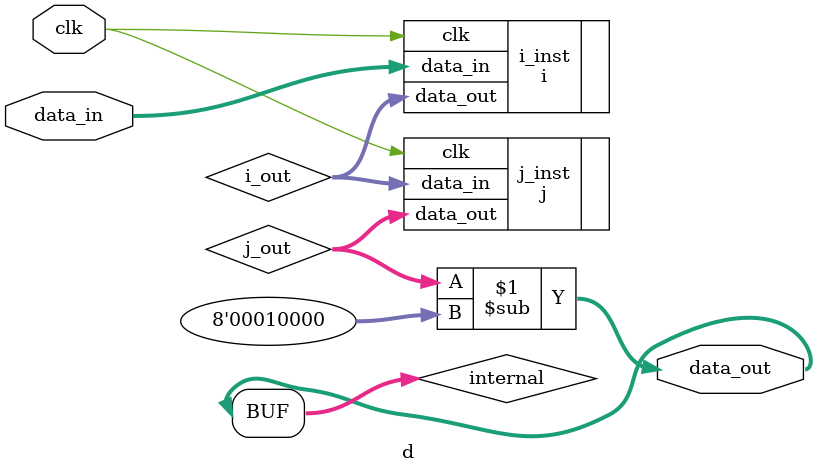
<source format=sv>
module d (
    input logic clk,
    input logic [7:0] data_in,
    output logic [7:0] data_out
);
    logic [7:0] internal;
    logic [7:0] i_out, j_out;

    // Instantiate submodules
    i i_inst (
        .clk(clk),
        .data_in(data_in),
        .data_out(i_out)
    );

    j j_inst (
        .clk(clk),
        .data_in(i_out),
        .data_out(j_out)
    );

    assign internal = j_out - 8'h10;
    assign data_out = internal;

endmodule

</source>
